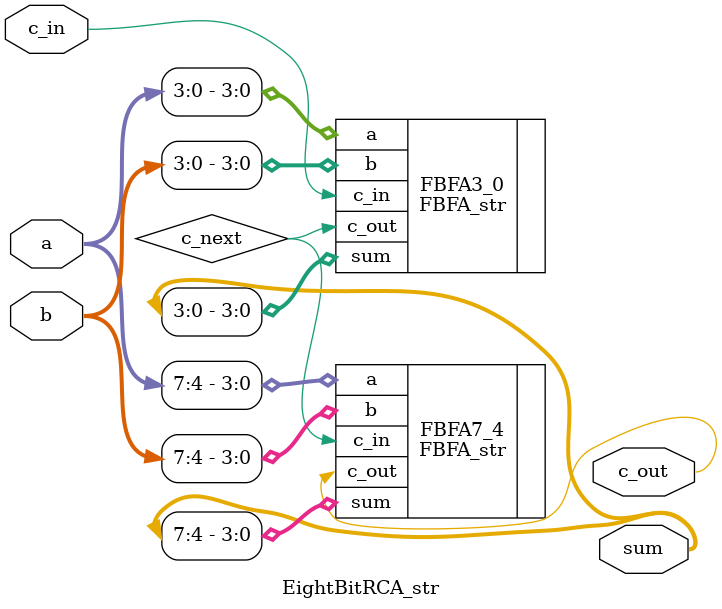
<source format=v>
`timescale 1ns / 1ps


module EightBitRCA_str(
    output c_out,
    output [7:0] sum,
    input [7:0] a,
    input [7:0] b,
    input c_in
    );
    
    wire c_next;            // the carry out of the 4-bit adder that sums bits 3-0 of a and b
    
    //compute sum using 2 4-bit RCA's
    FBFA_str      FBFA3_0     (.c_out(c_next), .sum(sum[3:0]), .a(a[3:0]), .b(b[3:0]), .c_in(c_in));       // compute sum of bits 3-0 of a and b with c_in using a 4-bit RCA
    FBFA_str      FBFA7_4     (.c_out(c_out), .sum(sum[7:4]), .a(a[7:4]), .b(b[7:4]), .c_in(c_next));      // compute sum of bits 7-4 of a and b with c_next using a 4-bit RCA  
    
endmodule

</source>
